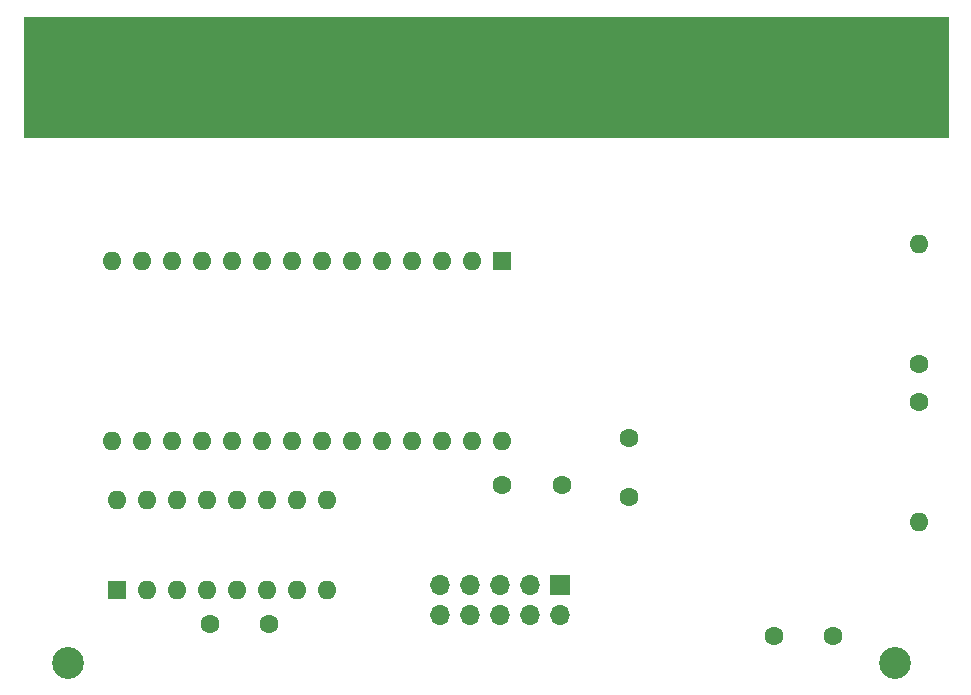
<source format=gbr>
%TF.GenerationSoftware,KiCad,Pcbnew,8.0.9-8.0.9-0~ubuntu24.04.1*%
%TF.CreationDate,2025-06-01T20:33:10-04:00*%
%TF.ProjectId,open_game_module,6f70656e-5f67-4616-9d65-5f6d6f64756c,rev?*%
%TF.SameCoordinates,Original*%
%TF.FileFunction,Soldermask,Bot*%
%TF.FilePolarity,Negative*%
%FSLAX46Y46*%
G04 Gerber Fmt 4.6, Leading zero omitted, Abs format (unit mm)*
G04 Created by KiCad (PCBNEW 8.0.9-8.0.9-0~ubuntu24.04.1) date 2025-06-01 20:33:10*
%MOMM*%
%LPD*%
G01*
G04 APERTURE LIST*
%ADD10C,0.100000*%
%ADD11R,1.700000X1.700000*%
%ADD12O,1.700000X1.700000*%
%ADD13C,1.600000*%
%ADD14R,1.600000X1.600000*%
%ADD15O,1.600000X1.600000*%
%ADD16R,1.524000X9.906000*%
%ADD17R,2.032000X9.906000*%
%ADD18R,1.778000X9.906000*%
%ADD19C,2.700000*%
G04 APERTURE END LIST*
%TO.C,J1*%
D10*
X92465000Y-66615000D02*
X170697000Y-66615000D01*
X170697000Y-76775000D01*
X92465000Y-76775000D01*
X92465000Y-66615000D01*
G36*
X92465000Y-66615000D02*
G01*
X170697000Y-66615000D01*
X170697000Y-76775000D01*
X92465000Y-76775000D01*
X92465000Y-66615000D01*
G37*
%TD*%
D11*
%TO.C,J2*%
X137830000Y-114710000D03*
D12*
X137830000Y-117250000D03*
X135290000Y-114710000D03*
X135290000Y-117250000D03*
X132750000Y-114710000D03*
X132750000Y-117250000D03*
X130210000Y-114710000D03*
X130210000Y-117250000D03*
X127670000Y-114710000D03*
X127670000Y-117250000D03*
%TD*%
D13*
%TO.C,C1*%
X133000000Y-106250000D03*
X138000000Y-106250000D03*
%TD*%
%TO.C,C2*%
X143750000Y-107256250D03*
X143750000Y-102256250D03*
%TD*%
D14*
%TO.C,U3*%
X133000000Y-87260000D03*
D15*
X130460000Y-87260000D03*
X127920000Y-87260000D03*
X125380000Y-87260000D03*
X122840000Y-87260000D03*
X120300000Y-87260000D03*
X117760000Y-87260000D03*
X115220000Y-87260000D03*
X112680000Y-87260000D03*
X110140000Y-87260000D03*
X107600000Y-87260000D03*
X105060000Y-87260000D03*
X102520000Y-87260000D03*
X99980000Y-87260000D03*
X99980000Y-102500000D03*
X102520000Y-102500000D03*
X105060000Y-102500000D03*
X107600000Y-102500000D03*
X110140000Y-102500000D03*
X112680000Y-102500000D03*
X115220000Y-102500000D03*
X117760000Y-102500000D03*
X120300000Y-102500000D03*
X122840000Y-102500000D03*
X125380000Y-102500000D03*
X127920000Y-102500000D03*
X130460000Y-102500000D03*
X133000000Y-102500000D03*
%TD*%
D13*
%TO.C,C3*%
X156000000Y-119000000D03*
X161000000Y-119000000D03*
%TD*%
D14*
%TO.C,U2*%
X100350000Y-115130000D03*
D15*
X102890000Y-115130000D03*
X105430000Y-115130000D03*
X107970000Y-115130000D03*
X110510000Y-115130000D03*
X113050000Y-115130000D03*
X115590000Y-115130000D03*
X118130000Y-115130000D03*
X118130000Y-107510000D03*
X115590000Y-107510000D03*
X113050000Y-107510000D03*
X110510000Y-107510000D03*
X107970000Y-107510000D03*
X105430000Y-107510000D03*
X102890000Y-107510000D03*
X100350000Y-107510000D03*
%TD*%
D16*
%TO.C,J1*%
X168411000Y-71568000D03*
X165871000Y-71568000D03*
X163331000Y-71568000D03*
X160791000Y-71568000D03*
X158251000Y-71568000D03*
X155711000Y-71568000D03*
X153171000Y-71568000D03*
X150631000Y-71568000D03*
X148091000Y-71568000D03*
X145551000Y-71568000D03*
X143011000Y-71568000D03*
X140471000Y-71568000D03*
X137931000Y-71568000D03*
X135391000Y-71568000D03*
X132851000Y-71568000D03*
X130311000Y-71568000D03*
X127771000Y-71568000D03*
X125231000Y-71568000D03*
X122691000Y-71568000D03*
X120151000Y-71568000D03*
X117611000Y-71568000D03*
X115071000Y-71568000D03*
X112531000Y-71568000D03*
X109991000Y-71568000D03*
X107451000Y-71568000D03*
X104911000Y-71568000D03*
X102371000Y-71568000D03*
D17*
X99577000Y-71568000D03*
D18*
X97672000Y-71568000D03*
D16*
X94751000Y-71568000D03*
%TD*%
D19*
%TO.C,H1*%
X96250000Y-121250000D03*
%TD*%
D13*
%TO.C,C4*%
X108270000Y-118010000D03*
X113270000Y-118010000D03*
%TD*%
%TO.C,R6*%
X168250000Y-96000000D03*
D15*
X168250000Y-85840000D03*
%TD*%
D19*
%TO.C,H2*%
X166250000Y-121250000D03*
%TD*%
D13*
%TO.C,R5*%
X168250000Y-99170000D03*
D15*
X168250000Y-109330000D03*
%TD*%
M02*

</source>
